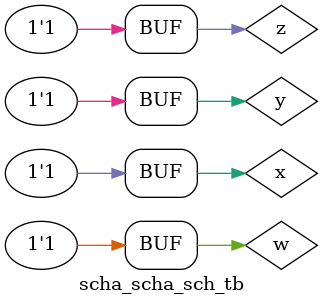
<source format=v>

`timescale 1ns / 1ps

module scha_scha_sch_tb();

// Inputs
   reg w;
   reg x;
   reg y;
   reg z;

// Output
   wire F1;
   wire F2;
   wire F3;

// Bidirs

// Instantiate the UUT
   scha UUT (
		.w(w), 
		.x(x), 
		.y(y), 
		.z(z), 
		.F1(F1), 
		.F2(F2), 
		.F3(F3)
   );
// Initialize Inputs
       initial begin
		w=0;
		x=0;
		y=0;
		z=0;
		#50;
		
		
		w=0;
		x=0;
		y=0;
		z=1;
		#50;
		
		
		w=0;
		x=0;
		y=1;
		z=0;
		#50;
		
		w=0;
		x=0;
		y=1;
		z=1;
		#50;
		
		w=0;
		x=1;
		y=0;
		z=0;
		#50;
		
		w=0;
		x=1;
		y=0;
		z=1;
		#50;
		
		w=0;
		x=1;
		y=1;
		z=0;
		#50;
		
		w=0;
		x=1;
		y=1;
		z=1;
		#50;
		
		w=1;
		x=0;
		y=0;
		z=0;
		#50;
		
		w=1;
		x=0;
		y=0;
		z=1;
		#50;
		
		w=1;
		x=0;
		y=1;
		z=0;
		#50;
		
		w=1;
		x=0;
		y=1;
		z=1;
		#50;
		
		w=1;
		x=1;
		y=0;
		z=0;
		#50;
		
		w=1;
		x=1;
		y=0;
		z=1;
		#50;
		
		w=1;
		x=1;
		y=1;
		z=0;
		#50;
		
		w=1;
		x=1;
		y=1;
		z=1;
		#50;
	end
endmodule

</source>
